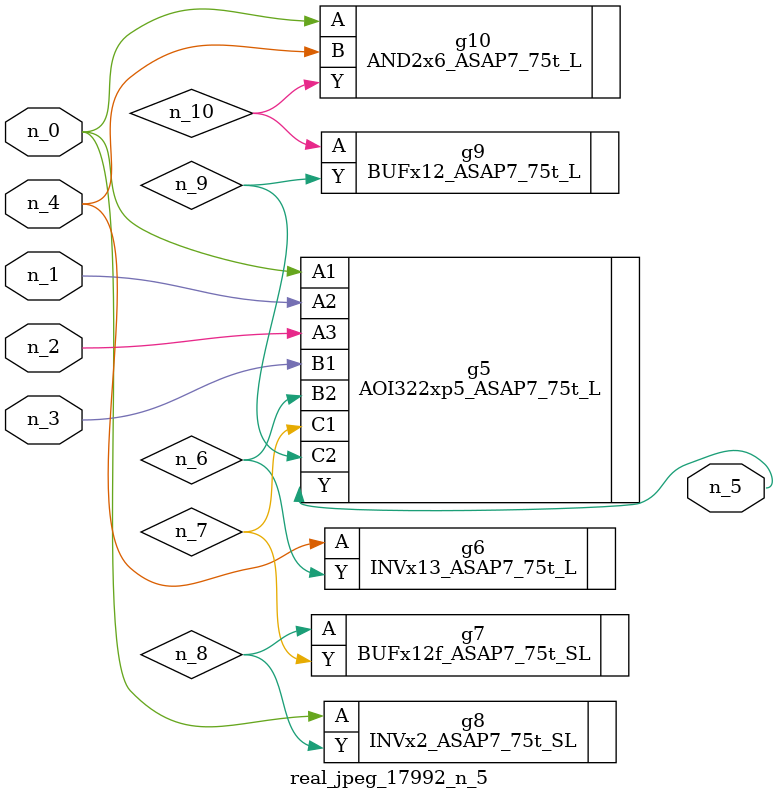
<source format=v>
module real_jpeg_17992_n_5 (n_4, n_0, n_1, n_2, n_3, n_5);

input n_4;
input n_0;
input n_1;
input n_2;
input n_3;

output n_5;

wire n_8;
wire n_6;
wire n_7;
wire n_10;
wire n_9;

AOI322xp5_ASAP7_75t_L g5 ( 
.A1(n_0),
.A2(n_1),
.A3(n_2),
.B1(n_3),
.B2(n_6),
.C1(n_7),
.C2(n_9),
.Y(n_5)
);

INVx2_ASAP7_75t_SL g8 ( 
.A(n_0),
.Y(n_8)
);

AND2x6_ASAP7_75t_L g10 ( 
.A(n_0),
.B(n_4),
.Y(n_10)
);

INVx13_ASAP7_75t_L g6 ( 
.A(n_4),
.Y(n_6)
);

BUFx12f_ASAP7_75t_SL g7 ( 
.A(n_8),
.Y(n_7)
);

BUFx12_ASAP7_75t_L g9 ( 
.A(n_10),
.Y(n_9)
);


endmodule
</source>
